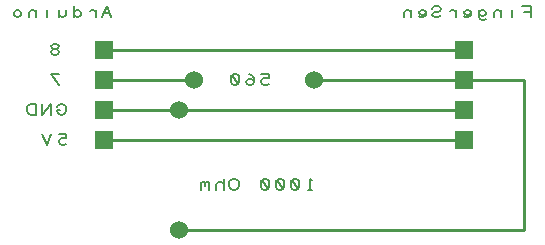
<source format=gbr>
G04 EasyPC Gerber Version 20.0.2 Build 4112 *
G04 #@! TF.Part,Single*
G04 #@! TF.FileFunction,Copper,L2,Bot *
%FSLAX34Y34*%
%MOIN*%
G04 #@! TA.AperFunction,ComponentPad*
%ADD74R,0.06000X0.06000*%
G04 #@! TD.AperFunction*
%ADD10C,0.00500*%
%ADD73C,0.01000*%
%ADD25C,0.06000*%
X0Y0D02*
D02*
D10*
X2060Y6904D02*
X1810Y7279D01*
X2060*
X1966Y8091D02*
X1904D01*
X1841Y8123*
X1810Y8185*
X1841Y8248*
X1904Y8279*
X1966*
X2029Y8248*
X2060Y8185*
X2029Y8123*
X1966Y8091*
X2029Y8060*
X2060Y7998*
X2029Y7935*
X1966Y7904*
X1904*
X1841Y7935*
X1810Y7998*
X1841Y8060*
X1904Y8091*
X2310Y4935D02*
X2247Y4904D01*
X2154*
X2091Y4935*
X2060Y4998*
Y5029*
X2091Y5091*
X2154Y5123*
X2310*
Y5279*
X2060*
X1810D02*
X1654Y4904D01*
X1497Y5279*
X2091Y6060D02*
X1997D01*
Y6029*
X2029Y5966*
X2060Y5935*
X2122Y5904*
X2185*
X2247Y5935*
X2279Y5966*
X2310Y6029*
Y6154*
X2279Y6216*
X2247Y6248*
X2185Y6279*
X2122*
X2060Y6248*
X2029Y6216*
X1997Y6154*
X1810Y5904D02*
Y6279D01*
X1497Y5904*
Y6279*
X1310Y5904D02*
Y6279D01*
X1122*
X1060Y6248*
X1029Y6216*
X997Y6154*
Y6029*
X1029Y5966*
X1060Y5935*
X1122Y5904*
X1310*
X3810Y9154D02*
X3654Y9529D01*
X3497Y9154*
X3747Y9310D02*
X3560D01*
X3310Y9154D02*
Y9404D01*
Y9310D02*
X3279Y9373D01*
X3216Y9404*
X3154*
X3091Y9373*
X2560Y9310D02*
X2591Y9373D01*
X2654Y9404*
X2716*
X2779Y9373*
X2810Y9310*
Y9248*
X2779Y9185*
X2716Y9154*
X2654*
X2591Y9185*
X2560Y9248*
Y9154D02*
Y9529D01*
X2310Y9404D02*
Y9248D01*
X2279Y9185*
X2216Y9154*
X2154*
X2091Y9185*
X2060Y9248*
Y9404D02*
Y9154D01*
X1685D02*
Y9404D01*
Y9498D02*
X1310Y9154*
Y9404D01*
Y9310D02*
X1279Y9373D01*
X1216Y9404*
X1154*
X1091Y9373*
X1060Y9310*
Y9154*
X810Y9248D02*
X779Y9185D01*
X716Y9154*
X654*
X591Y9185*
X560Y9248*
Y9310*
X591Y9373*
X654Y9404*
X716*
X779Y9373*
X810Y9310*
Y9248*
X9060Y6935D02*
X8997Y6904D01*
X8904*
X8841Y6935*
X8810Y6998*
Y7029*
X8841Y7091*
X8904Y7123*
X9060*
Y7279*
X8810*
X8560Y6998D02*
X8529Y7060D01*
X8466Y7091*
X8404*
X8341Y7060*
X8310Y6998*
X8341Y6935*
X8404Y6904*
X8466*
X8529Y6935*
X8560Y6998*
Y7091*
X8529Y7185*
X8466Y7248*
X8404Y7279*
X8029Y6935D02*
X7966Y6904D01*
X7904*
X7841Y6935*
X7810Y6998*
Y7185*
X7841Y7248*
X7904Y7279*
X7966*
X8029Y7248*
X8060Y7185*
Y6998*
X8029Y6935*
X7841Y7248*
X10497Y3404D02*
X10372D01*
X10435D02*
Y3779D01*
X10497Y3716*
X10029Y3435D02*
X9966Y3404D01*
X9904*
X9841Y3435*
X9810Y3498*
Y3685*
X9841Y3748*
X9904Y3779*
X9966*
X10029Y3748*
X10060Y3685*
Y3498*
X10029Y3435*
X9841Y3748*
X9529Y3435D02*
X9466Y3404D01*
X9404*
X9341Y3435*
X9310Y3498*
Y3685*
X9341Y3748*
X9404Y3779*
X9466*
X9529Y3748*
X9560Y3685*
Y3498*
X9529Y3435*
X9341Y3748*
X9029Y3435D02*
X8966Y3404D01*
X8904*
X8841Y3435*
X8810Y3498*
Y3685*
X8841Y3748*
X8904Y3779*
X8966*
X9029Y3748*
X9060Y3685*
Y3498*
X9029Y3435*
X8841Y3748*
X8060Y3529D02*
Y3654D01*
X8029Y3716*
X7997Y3748*
X7935Y3779*
X7872*
X7810Y3748*
X7779Y3716*
X7747Y3654*
Y3529*
X7779Y3466*
X7810Y3435*
X7872Y3404*
X7935*
X7997Y3435*
X8029Y3466*
X8060Y3529*
X7560Y3404D02*
Y3779D01*
Y3560D02*
X7529Y3623D01*
X7466Y3654*
X7404*
X7341Y3623*
X7310Y3560*
Y3404*
X7060D02*
Y3654D01*
Y3623D02*
X7029Y3654D01*
X6966*
X6935Y3623*
Y3529*
Y3623D02*
X6904Y3654D01*
X6841*
X6810Y3623*
Y3404*
X17810Y9154D02*
Y9529D01*
X17497*
X17560Y9341D02*
X17810D01*
X17185Y9154D02*
Y9404D01*
Y9498D02*
X16810Y9154*
Y9404D01*
Y9310D02*
X16779Y9373D01*
X16716Y9404*
X16654*
X16591Y9373*
X16560Y9310*
Y9154*
X16060Y9310D02*
X16091Y9373D01*
X16154Y9404*
X16216*
X16279Y9373*
X16310Y9310*
Y9279*
X16279Y9216*
X16216Y9185*
X16154*
X16091Y9216*
X16060Y9279*
Y9404D02*
Y9154D01*
X16091Y9091*
X16154Y9060*
X16247*
X16310Y9091*
X15560Y9185D02*
X15591Y9154D01*
X15654*
X15716*
X15779Y9185*
X15810Y9248*
Y9341*
X15779Y9373*
X15716Y9404*
X15654*
X15591Y9373*
X15560Y9341*
Y9310*
X15591Y9279*
X15654Y9248*
X15716*
X15779Y9279*
X15810Y9310*
X15310Y9154D02*
Y9404D01*
Y9310D02*
X15279Y9373D01*
X15216Y9404*
X15154*
X15091Y9373*
X14810Y9248D02*
X14779Y9185D01*
X14716Y9154*
X14591*
X14529Y9185*
X14497Y9248*
X14529Y9310*
X14591Y9341*
X14716*
X14779Y9373*
X14810Y9435*
X14779Y9498*
X14716Y9529*
X14591*
X14529Y9498*
X14497Y9435*
X14060Y9185D02*
X14091Y9154D01*
X14154*
X14216*
X14279Y9185*
X14310Y9248*
Y9341*
X14279Y9373*
X14216Y9404*
X14154*
X14091Y9373*
X14060Y9341*
Y9310*
X14091Y9279*
X14154Y9248*
X14216*
X14279Y9279*
X14310Y9310*
X13810Y9154D02*
Y9404D01*
Y9310D02*
X13779Y9373D01*
X13716Y9404*
X13654*
X13591Y9373*
X13560Y9310*
Y9154*
D02*
D25*
X6060Y2060D03*
Y6060D03*
X6560Y7060D03*
X10560D03*
D02*
D73*
X3560Y5060D02*
X15560D01*
X3560Y7060D02*
X6560D01*
X3560Y8060D02*
X15560D01*
X6060Y2060D02*
X17560D01*
Y7060*
X15560*
X6060Y6060D02*
X3560D01*
X10560Y7060D02*
X15560D01*
Y6060D02*
X6060D01*
D02*
D74*
X3560Y5060D03*
Y6060D03*
Y7060D03*
Y8060D03*
X15560Y5060D03*
Y6060D03*
Y7060D03*
Y8060D03*
X0Y0D02*
M02*

</source>
